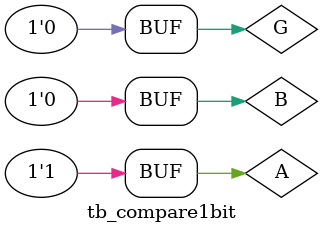
<source format=v>
`timescale 1ns/1ns
module tb_compare1bit();
  reg A, B , G;
  wire E, M, L;
  initial begin
    A = 0;
    B = 0;
    G = 0;
    #40;
    G = 1;
    #40;
    A = 1;
    B = 1;
    #40;
    A = 0;
    B = 1;
    #40;
    A = 1;
    B = 0;
    #40;
    G = 0;
    #40;
    A = 1;
    B = 1;
    #40;
    A = 0;
    B = 1;
    #40;
    A = 1;
    B = 0;
    #40;
  end
  compare_1bit ins7(
  .A(A),
  .B(B),
  .G(G),
  .E(E),
  .M(M),
  .L(L)
  );
endmodule
</source>
